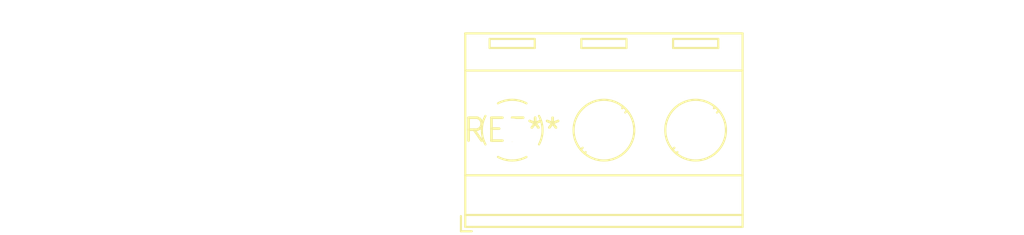
<source format=kicad_pcb>
(kicad_pcb (version 20240108) (generator pcbnew)
  (layers (0 "F.Cu" signal) (31 "B.Cu" signal) (34 "B.Paste" user) (35 "F.Paste" user) (36 "B.SilkS" user "B.Silkscreen") (37 "F.SilkS" user "F.Silkscreen") (38 "B.Mask" user) (39 "F.Mask" user) (44 "Edge.Cuts" user))
  (net 0 "")
  (footprint "TerminalBlock_RND_205-00288_1x03_P5.08mm_Horizontal" (layer "F.Cu") (at 0 0)
    (property "Reference" "REF**")
    (property "Value" "TerminalBlock_RND_205-00288_1x03_P5.08mm_Horizontal")
    (fp_line (start -2.84 4.76) (end -2.84 5.6) (layer "F.SilkS") (stroke (width 0.12)))
    (fp_line (start -2.84 5.6) (end -2.24 5.6) (layer "F.SilkS") (stroke (width 0.12)))
    (fp_line (start -2.6 -5.36) (end -2.6 5.36) (layer "F.SilkS") (stroke (width 0.12)))
    (fp_line (start -2.6 -5.36) (end 12.76 -5.36) (layer "F.SilkS") (stroke (width 0.12)))
    (fp_line (start -2.6 -3.3) (end 12.76 -3.3) (layer "F.SilkS") (stroke (width 0.12)))
    (fp_line (start -2.6 2.5) (end 12.76 2.5) (layer "F.SilkS") (stroke (width 0.12)))
    (fp_line (start -2.6 4.7) (end 12.76 4.7) (layer "F.SilkS") (stroke (width 0.12)))
    (fp_line (start -2.6 5.36) (end 12.76 5.36) (layer "F.SilkS") (stroke (width 0.12)))
    (fp_line (start -1.25 -5.05) (end -1.25 -4.55) (layer "F.SilkS") (stroke (width 0.12)))
    (fp_line (start -1.25 -5.05) (end 1.25 -5.05) (layer "F.SilkS") (stroke (width 0.12)))
    (fp_line (start -1.25 -4.55) (end 1.25 -4.55) (layer "F.SilkS") (stroke (width 0.12)))
    (fp_line (start 1.25 -5.05) (end 1.25 -4.55) (layer "F.SilkS") (stroke (width 0.12)))
    (fp_line (start 3.83 -5.05) (end 3.83 -4.55) (layer "F.SilkS") (stroke (width 0.12)))
    (fp_line (start 3.83 -5.05) (end 6.33 -5.05) (layer "F.SilkS") (stroke (width 0.12)))
    (fp_line (start 3.83 -4.55) (end 6.33 -4.55) (layer "F.SilkS") (stroke (width 0.12)))
    (fp_line (start 3.9 0.976) (end 3.806 1.069) (layer "F.SilkS") (stroke (width 0.12)))
    (fp_line (start 4.07 1.216) (end 4.011 1.274) (layer "F.SilkS") (stroke (width 0.12)))
    (fp_line (start 6.15 -1.275) (end 6.091 -1.216) (layer "F.SilkS") (stroke (width 0.12)))
    (fp_line (start 6.33 -5.05) (end 6.33 -4.55) (layer "F.SilkS") (stroke (width 0.12)))
    (fp_line (start 6.355 -1.069) (end 6.261 -0.976) (layer "F.SilkS") (stroke (width 0.12)))
    (fp_line (start 8.91 -5.05) (end 8.91 -4.55) (layer "F.SilkS") (stroke (width 0.12)))
    (fp_line (start 8.91 -5.05) (end 11.41 -5.05) (layer "F.SilkS") (stroke (width 0.12)))
    (fp_line (start 8.91 -4.55) (end 11.41 -4.55) (layer "F.SilkS") (stroke (width 0.12)))
    (fp_line (start 8.98 0.976) (end 8.886 1.069) (layer "F.SilkS") (stroke (width 0.12)))
    (fp_line (start 9.15 1.216) (end 9.091 1.274) (layer "F.SilkS") (stroke (width 0.12)))
    (fp_line (start 11.23 -1.275) (end 11.171 -1.216) (layer "F.SilkS") (stroke (width 0.12)))
    (fp_line (start 11.41 -5.05) (end 11.41 -4.55) (layer "F.SilkS") (stroke (width 0.12)))
    (fp_line (start 11.435 -1.069) (end 11.341 -0.976) (layer "F.SilkS") (stroke (width 0.12)))
    (fp_line (start 12.76 -5.36) (end 12.76 5.36) (layer "F.SilkS") (stroke (width 0.12)))
    (fp_arc (start -1.483953 0.789089) (mid -1.680708 5e-05) (end -1.484 -0.789) (layer "F.SilkS") (stroke (width 0.12)))
    (fp_arc (start -0.789089 -1.483953) (mid -5e-05 -1.680708) (end 0.789 -1.484) (layer "F.SilkS") (stroke (width 0.12)))
    (fp_arc (start 0.029383 1.68045) (mid -0.392304 1.634281) (end -0.789 1.484) (layer "F.SilkS") (stroke (width 0.12)))
    (fp_arc (start 0.788712 1.483352) (mid 0.406429 1.630097) (end 0 1.68) (layer "F.SilkS") (stroke (width 0.12)))
    (fp_arc (start 1.483953 -0.789089) (mid 1.680708 -5e-05) (end 1.484 0.789) (layer "F.SilkS") (stroke (width 0.12)))
    (fp_circle (center 5.08 0) (end 6.76 0) (layer "F.SilkS") (stroke (width 0.12)) (fill none))
    (fp_circle (center 10.16 0) (end 11.84 0) (layer "F.SilkS") (stroke (width 0.12)) (fill none))
    (pad "1" thru_hole rect (at 0 0) (size 2.5 2.5) (drill 1.3) (layers *.Cu *.Mask) (remove_unused_layers))
    (pad "2" thru_hole circle (at 5.08 0) (size 2.5 2.5) (drill 1.3) (layers *.Cu *.Mask) (remove_unused_layers))
    (pad "3" thru_hole circle (at 10.16 0) (size 2.5 2.5) (drill 1.3) (layers *.Cu *.Mask) (remove_unused_layers))
  )
)
</source>
